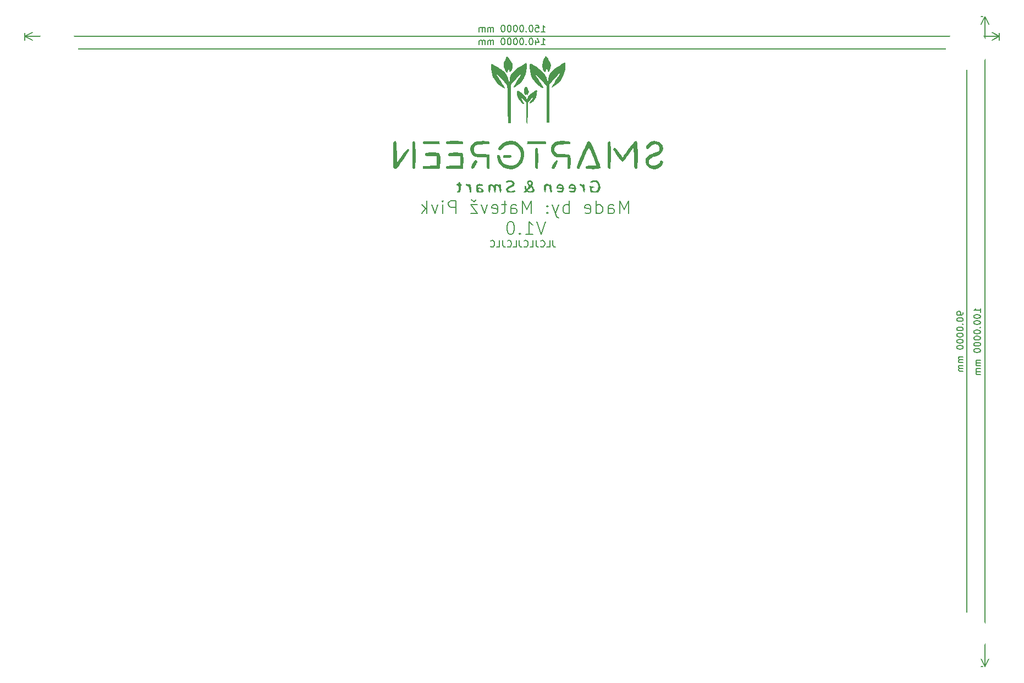
<source format=gbo>
%TF.GenerationSoftware,KiCad,Pcbnew,(6.0.5)*%
%TF.CreationDate,2022-06-14T20:52:32+02:00*%
%TF.ProjectId,SmartWatering,536d6172-7457-4617-9465-72696e672e6b,rev?*%
%TF.SameCoordinates,Original*%
%TF.FileFunction,Legend,Bot*%
%TF.FilePolarity,Positive*%
%FSLAX46Y46*%
G04 Gerber Fmt 4.6, Leading zero omitted, Abs format (unit mm)*
G04 Created by KiCad (PCBNEW (6.0.5)) date 2022-06-14 20:52:32*
%MOMM*%
%LPD*%
G01*
G04 APERTURE LIST*
%ADD10C,0.150000*%
%ADD11C,0.300000*%
%ADD12O,3.000000X2.000000*%
%ADD13R,2.000000X3.000000*%
%ADD14O,2.000000X3.000000*%
%ADD15R,1.700000X1.700000*%
%ADD16O,1.700000X1.700000*%
%ADD17C,0.800000*%
%ADD18C,6.400000*%
%ADD19C,1.100000*%
%ADD20R,2.200000X2.200000*%
%ADD21C,2.200000*%
%ADD22R,1.600000X1.600000*%
%ADD23C,1.600000*%
%ADD24C,2.000000*%
G04 APERTURE END LIST*
D10*
X101280605Y-54452380D02*
X101280605Y-55166666D01*
X101328224Y-55309523D01*
X101423462Y-55404761D01*
X101566319Y-55452380D01*
X101661558Y-55452380D01*
X100328224Y-55452380D02*
X100804415Y-55452380D01*
X100804415Y-54452380D01*
X99423462Y-55357142D02*
X99471081Y-55404761D01*
X99613938Y-55452380D01*
X99709177Y-55452380D01*
X99852034Y-55404761D01*
X99947272Y-55309523D01*
X99994891Y-55214285D01*
X100042510Y-55023809D01*
X100042510Y-54880952D01*
X99994891Y-54690476D01*
X99947272Y-54595238D01*
X99852034Y-54500000D01*
X99709177Y-54452380D01*
X99613938Y-54452380D01*
X99471081Y-54500000D01*
X99423462Y-54547619D01*
X98709177Y-54452380D02*
X98709177Y-55166666D01*
X98756796Y-55309523D01*
X98852034Y-55404761D01*
X98994891Y-55452380D01*
X99090129Y-55452380D01*
X97756796Y-55452380D02*
X98232986Y-55452380D01*
X98232986Y-54452380D01*
X96852034Y-55357142D02*
X96899653Y-55404761D01*
X97042510Y-55452380D01*
X97137748Y-55452380D01*
X97280605Y-55404761D01*
X97375843Y-55309523D01*
X97423462Y-55214285D01*
X97471081Y-55023809D01*
X97471081Y-54880952D01*
X97423462Y-54690476D01*
X97375843Y-54595238D01*
X97280605Y-54500000D01*
X97137748Y-54452380D01*
X97042510Y-54452380D01*
X96899653Y-54500000D01*
X96852034Y-54547619D01*
X96137748Y-54452380D02*
X96137748Y-55166666D01*
X96185367Y-55309523D01*
X96280605Y-55404761D01*
X96423462Y-55452380D01*
X96518700Y-55452380D01*
X95185367Y-55452380D02*
X95661558Y-55452380D01*
X95661558Y-54452380D01*
X94280605Y-55357142D02*
X94328224Y-55404761D01*
X94471081Y-55452380D01*
X94566319Y-55452380D01*
X94709177Y-55404761D01*
X94804415Y-55309523D01*
X94852034Y-55214285D01*
X94899653Y-55023809D01*
X94899653Y-54880952D01*
X94852034Y-54690476D01*
X94804415Y-54595238D01*
X94709177Y-54500000D01*
X94566319Y-54452380D01*
X94471081Y-54452380D01*
X94328224Y-54500000D01*
X94280605Y-54547619D01*
X93566319Y-54452380D02*
X93566319Y-55166666D01*
X93613938Y-55309523D01*
X93709177Y-55404761D01*
X93852034Y-55452380D01*
X93947272Y-55452380D01*
X92613938Y-55452380D02*
X93090129Y-55452380D01*
X93090129Y-54452380D01*
X91709177Y-55357142D02*
X91756796Y-55404761D01*
X91899653Y-55452380D01*
X91994891Y-55452380D01*
X92137748Y-55404761D01*
X92232986Y-55309523D01*
X92280605Y-55214285D01*
X92328224Y-55023809D01*
X92328224Y-54880952D01*
X92280605Y-54690476D01*
X92232986Y-54595238D01*
X92137748Y-54500000D01*
X91994891Y-54452380D01*
X91899653Y-54452380D01*
X91756796Y-54500000D01*
X91709177Y-54547619D01*
X112927142Y-50294761D02*
X112927142Y-48294761D01*
X112260476Y-49723333D01*
X111593809Y-48294761D01*
X111593809Y-50294761D01*
X109784285Y-50294761D02*
X109784285Y-49247142D01*
X109879523Y-49056666D01*
X110070000Y-48961428D01*
X110450952Y-48961428D01*
X110641428Y-49056666D01*
X109784285Y-50199523D02*
X109974761Y-50294761D01*
X110450952Y-50294761D01*
X110641428Y-50199523D01*
X110736666Y-50009047D01*
X110736666Y-49818571D01*
X110641428Y-49628095D01*
X110450952Y-49532857D01*
X109974761Y-49532857D01*
X109784285Y-49437619D01*
X107974761Y-50294761D02*
X107974761Y-48294761D01*
X107974761Y-50199523D02*
X108165238Y-50294761D01*
X108546190Y-50294761D01*
X108736666Y-50199523D01*
X108831904Y-50104285D01*
X108927142Y-49913809D01*
X108927142Y-49342380D01*
X108831904Y-49151904D01*
X108736666Y-49056666D01*
X108546190Y-48961428D01*
X108165238Y-48961428D01*
X107974761Y-49056666D01*
X106260476Y-50199523D02*
X106450952Y-50294761D01*
X106831904Y-50294761D01*
X107022380Y-50199523D01*
X107117619Y-50009047D01*
X107117619Y-49247142D01*
X107022380Y-49056666D01*
X106831904Y-48961428D01*
X106450952Y-48961428D01*
X106260476Y-49056666D01*
X106165238Y-49247142D01*
X106165238Y-49437619D01*
X107117619Y-49628095D01*
X103784285Y-50294761D02*
X103784285Y-48294761D01*
X103784285Y-49056666D02*
X103593809Y-48961428D01*
X103212857Y-48961428D01*
X103022380Y-49056666D01*
X102927142Y-49151904D01*
X102831904Y-49342380D01*
X102831904Y-49913809D01*
X102927142Y-50104285D01*
X103022380Y-50199523D01*
X103212857Y-50294761D01*
X103593809Y-50294761D01*
X103784285Y-50199523D01*
X102165238Y-48961428D02*
X101689047Y-50294761D01*
X101212857Y-48961428D02*
X101689047Y-50294761D01*
X101879523Y-50770952D01*
X101974761Y-50866190D01*
X102165238Y-50961428D01*
X100450952Y-50104285D02*
X100355714Y-50199523D01*
X100450952Y-50294761D01*
X100546190Y-50199523D01*
X100450952Y-50104285D01*
X100450952Y-50294761D01*
X100450952Y-49056666D02*
X100355714Y-49151904D01*
X100450952Y-49247142D01*
X100546190Y-49151904D01*
X100450952Y-49056666D01*
X100450952Y-49247142D01*
X97974761Y-50294761D02*
X97974761Y-48294761D01*
X97308095Y-49723333D01*
X96641428Y-48294761D01*
X96641428Y-50294761D01*
X94831904Y-50294761D02*
X94831904Y-49247142D01*
X94927142Y-49056666D01*
X95117619Y-48961428D01*
X95498571Y-48961428D01*
X95689047Y-49056666D01*
X94831904Y-50199523D02*
X95022380Y-50294761D01*
X95498571Y-50294761D01*
X95689047Y-50199523D01*
X95784285Y-50009047D01*
X95784285Y-49818571D01*
X95689047Y-49628095D01*
X95498571Y-49532857D01*
X95022380Y-49532857D01*
X94831904Y-49437619D01*
X94165238Y-48961428D02*
X93403333Y-48961428D01*
X93879523Y-48294761D02*
X93879523Y-50009047D01*
X93784285Y-50199523D01*
X93593809Y-50294761D01*
X93403333Y-50294761D01*
X91974761Y-50199523D02*
X92165238Y-50294761D01*
X92546190Y-50294761D01*
X92736666Y-50199523D01*
X92831904Y-50009047D01*
X92831904Y-49247142D01*
X92736666Y-49056666D01*
X92546190Y-48961428D01*
X92165238Y-48961428D01*
X91974761Y-49056666D01*
X91879523Y-49247142D01*
X91879523Y-49437619D01*
X92831904Y-49628095D01*
X91212857Y-48961428D02*
X90736666Y-50294761D01*
X90260476Y-48961428D01*
X89689047Y-48961428D02*
X88641428Y-48961428D01*
X89689047Y-50294761D01*
X88641428Y-50294761D01*
X89498571Y-48199523D02*
X89117619Y-48485238D01*
X88736666Y-48199523D01*
X86355714Y-50294761D02*
X86355714Y-48294761D01*
X85593809Y-48294761D01*
X85403333Y-48390000D01*
X85308095Y-48485238D01*
X85212857Y-48675714D01*
X85212857Y-48961428D01*
X85308095Y-49151904D01*
X85403333Y-49247142D01*
X85593809Y-49342380D01*
X86355714Y-49342380D01*
X84355714Y-50294761D02*
X84355714Y-48961428D01*
X84355714Y-48294761D02*
X84450952Y-48390000D01*
X84355714Y-48485238D01*
X84260476Y-48390000D01*
X84355714Y-48294761D01*
X84355714Y-48485238D01*
X83593809Y-48961428D02*
X83117619Y-50294761D01*
X82641428Y-48961428D01*
X81879523Y-50294761D02*
X81879523Y-48294761D01*
X81689047Y-49532857D02*
X81117619Y-50294761D01*
X81117619Y-48961428D02*
X81879523Y-49723333D01*
X100117619Y-51514761D02*
X99450952Y-53514761D01*
X98784285Y-51514761D01*
X97070000Y-53514761D02*
X98212857Y-53514761D01*
X97641428Y-53514761D02*
X97641428Y-51514761D01*
X97831904Y-51800476D01*
X98022380Y-51990952D01*
X98212857Y-52086190D01*
X96212857Y-53324285D02*
X96117619Y-53419523D01*
X96212857Y-53514761D01*
X96308095Y-53419523D01*
X96212857Y-53324285D01*
X96212857Y-53514761D01*
X94879523Y-51514761D02*
X94689047Y-51514761D01*
X94498571Y-51610000D01*
X94403333Y-51705238D01*
X94308095Y-51895714D01*
X94212857Y-52276666D01*
X94212857Y-52752857D01*
X94308095Y-53133809D01*
X94403333Y-53324285D01*
X94498571Y-53419523D01*
X94689047Y-53514761D01*
X94879523Y-53514761D01*
X95070000Y-53419523D01*
X95165238Y-53324285D01*
X95260476Y-53133809D01*
X95355714Y-52752857D01*
X95355714Y-52276666D01*
X95260476Y-51895714D01*
X95165238Y-51705238D01*
X95070000Y-51610000D01*
X94879523Y-51514761D01*
X164452380Y-65476190D02*
X164452380Y-65666666D01*
X164404761Y-65761904D01*
X164357142Y-65809523D01*
X164214285Y-65904761D01*
X164023809Y-65952380D01*
X163642857Y-65952380D01*
X163547619Y-65904761D01*
X163500000Y-65857142D01*
X163452380Y-65761904D01*
X163452380Y-65571428D01*
X163500000Y-65476190D01*
X163547619Y-65428571D01*
X163642857Y-65380952D01*
X163880952Y-65380952D01*
X163976190Y-65428571D01*
X164023809Y-65476190D01*
X164071428Y-65571428D01*
X164071428Y-65761904D01*
X164023809Y-65857142D01*
X163976190Y-65904761D01*
X163880952Y-65952380D01*
X163452380Y-66571428D02*
X163452380Y-66666666D01*
X163500000Y-66761904D01*
X163547619Y-66809523D01*
X163642857Y-66857142D01*
X163833333Y-66904761D01*
X164071428Y-66904761D01*
X164261904Y-66857142D01*
X164357142Y-66809523D01*
X164404761Y-66761904D01*
X164452380Y-66666666D01*
X164452380Y-66571428D01*
X164404761Y-66476190D01*
X164357142Y-66428571D01*
X164261904Y-66380952D01*
X164071428Y-66333333D01*
X163833333Y-66333333D01*
X163642857Y-66380952D01*
X163547619Y-66428571D01*
X163500000Y-66476190D01*
X163452380Y-66571428D01*
X164357142Y-67333333D02*
X164404761Y-67380952D01*
X164452380Y-67333333D01*
X164404761Y-67285714D01*
X164357142Y-67333333D01*
X164452380Y-67333333D01*
X163452380Y-68000000D02*
X163452380Y-68095238D01*
X163500000Y-68190476D01*
X163547619Y-68238095D01*
X163642857Y-68285714D01*
X163833333Y-68333333D01*
X164071428Y-68333333D01*
X164261904Y-68285714D01*
X164357142Y-68238095D01*
X164404761Y-68190476D01*
X164452380Y-68095238D01*
X164452380Y-68000000D01*
X164404761Y-67904761D01*
X164357142Y-67857142D01*
X164261904Y-67809523D01*
X164071428Y-67761904D01*
X163833333Y-67761904D01*
X163642857Y-67809523D01*
X163547619Y-67857142D01*
X163500000Y-67904761D01*
X163452380Y-68000000D01*
X163452380Y-68952380D02*
X163452380Y-69047619D01*
X163500000Y-69142857D01*
X163547619Y-69190476D01*
X163642857Y-69238095D01*
X163833333Y-69285714D01*
X164071428Y-69285714D01*
X164261904Y-69238095D01*
X164357142Y-69190476D01*
X164404761Y-69142857D01*
X164452380Y-69047619D01*
X164452380Y-68952380D01*
X164404761Y-68857142D01*
X164357142Y-68809523D01*
X164261904Y-68761904D01*
X164071428Y-68714285D01*
X163833333Y-68714285D01*
X163642857Y-68761904D01*
X163547619Y-68809523D01*
X163500000Y-68857142D01*
X163452380Y-68952380D01*
X163452380Y-69904761D02*
X163452380Y-70000000D01*
X163500000Y-70095238D01*
X163547619Y-70142857D01*
X163642857Y-70190476D01*
X163833333Y-70238095D01*
X164071428Y-70238095D01*
X164261904Y-70190476D01*
X164357142Y-70142857D01*
X164404761Y-70095238D01*
X164452380Y-70000000D01*
X164452380Y-69904761D01*
X164404761Y-69809523D01*
X164357142Y-69761904D01*
X164261904Y-69714285D01*
X164071428Y-69666666D01*
X163833333Y-69666666D01*
X163642857Y-69714285D01*
X163547619Y-69761904D01*
X163500000Y-69809523D01*
X163452380Y-69904761D01*
X163452380Y-70857142D02*
X163452380Y-70952380D01*
X163500000Y-71047619D01*
X163547619Y-71095238D01*
X163642857Y-71142857D01*
X163833333Y-71190476D01*
X164071428Y-71190476D01*
X164261904Y-71142857D01*
X164357142Y-71095238D01*
X164404761Y-71047619D01*
X164452380Y-70952380D01*
X164452380Y-70857142D01*
X164404761Y-70761904D01*
X164357142Y-70714285D01*
X164261904Y-70666666D01*
X164071428Y-70619047D01*
X163833333Y-70619047D01*
X163642857Y-70666666D01*
X163547619Y-70714285D01*
X163500000Y-70761904D01*
X163452380Y-70857142D01*
X164452380Y-72380952D02*
X163785714Y-72380952D01*
X163880952Y-72380952D02*
X163833333Y-72428571D01*
X163785714Y-72523809D01*
X163785714Y-72666666D01*
X163833333Y-72761904D01*
X163928571Y-72809523D01*
X164452380Y-72809523D01*
X163928571Y-72809523D02*
X163833333Y-72857142D01*
X163785714Y-72952380D01*
X163785714Y-73095238D01*
X163833333Y-73190476D01*
X163928571Y-73238095D01*
X164452380Y-73238095D01*
X164452380Y-73714285D02*
X163785714Y-73714285D01*
X163880952Y-73714285D02*
X163833333Y-73761904D01*
X163785714Y-73857142D01*
X163785714Y-74000000D01*
X163833333Y-74095238D01*
X163928571Y-74142857D01*
X164452380Y-74142857D01*
X163928571Y-74142857D02*
X163833333Y-74190476D01*
X163785714Y-74285714D01*
X163785714Y-74428571D01*
X163833333Y-74523809D01*
X163928571Y-74571428D01*
X164452380Y-74571428D01*
X164500000Y-115000000D02*
X164413580Y-115000000D01*
X164500000Y-25000000D02*
X164413580Y-25000000D01*
X165000000Y-115000000D02*
X165000000Y-25000000D01*
X165000000Y-115000000D02*
X165000000Y-25000000D01*
X165000000Y-115000000D02*
X165586421Y-113873496D01*
X165000000Y-115000000D02*
X164413579Y-113873496D01*
X165000000Y-25000000D02*
X164413579Y-26126504D01*
X165000000Y-25000000D02*
X165586421Y-26126504D01*
X167102380Y-65476190D02*
X167102380Y-64904761D01*
X167102380Y-65190476D02*
X166102380Y-65190476D01*
X166245238Y-65095238D01*
X166340476Y-65000000D01*
X166388095Y-64904761D01*
X166102380Y-66095238D02*
X166102380Y-66190476D01*
X166150000Y-66285714D01*
X166197619Y-66333333D01*
X166292857Y-66380952D01*
X166483333Y-66428571D01*
X166721428Y-66428571D01*
X166911904Y-66380952D01*
X167007142Y-66333333D01*
X167054761Y-66285714D01*
X167102380Y-66190476D01*
X167102380Y-66095238D01*
X167054761Y-66000000D01*
X167007142Y-65952380D01*
X166911904Y-65904761D01*
X166721428Y-65857142D01*
X166483333Y-65857142D01*
X166292857Y-65904761D01*
X166197619Y-65952380D01*
X166150000Y-66000000D01*
X166102380Y-66095238D01*
X166102380Y-67047619D02*
X166102380Y-67142857D01*
X166150000Y-67238095D01*
X166197619Y-67285714D01*
X166292857Y-67333333D01*
X166483333Y-67380952D01*
X166721428Y-67380952D01*
X166911904Y-67333333D01*
X167007142Y-67285714D01*
X167054761Y-67238095D01*
X167102380Y-67142857D01*
X167102380Y-67047619D01*
X167054761Y-66952380D01*
X167007142Y-66904761D01*
X166911904Y-66857142D01*
X166721428Y-66809523D01*
X166483333Y-66809523D01*
X166292857Y-66857142D01*
X166197619Y-66904761D01*
X166150000Y-66952380D01*
X166102380Y-67047619D01*
X167007142Y-67809523D02*
X167054761Y-67857142D01*
X167102380Y-67809523D01*
X167054761Y-67761904D01*
X167007142Y-67809523D01*
X167102380Y-67809523D01*
X166102380Y-68476190D02*
X166102380Y-68571428D01*
X166150000Y-68666666D01*
X166197619Y-68714285D01*
X166292857Y-68761904D01*
X166483333Y-68809523D01*
X166721428Y-68809523D01*
X166911904Y-68761904D01*
X167007142Y-68714285D01*
X167054761Y-68666666D01*
X167102380Y-68571428D01*
X167102380Y-68476190D01*
X167054761Y-68380952D01*
X167007142Y-68333333D01*
X166911904Y-68285714D01*
X166721428Y-68238095D01*
X166483333Y-68238095D01*
X166292857Y-68285714D01*
X166197619Y-68333333D01*
X166150000Y-68380952D01*
X166102380Y-68476190D01*
X166102380Y-69428571D02*
X166102380Y-69523809D01*
X166150000Y-69619047D01*
X166197619Y-69666666D01*
X166292857Y-69714285D01*
X166483333Y-69761904D01*
X166721428Y-69761904D01*
X166911904Y-69714285D01*
X167007142Y-69666666D01*
X167054761Y-69619047D01*
X167102380Y-69523809D01*
X167102380Y-69428571D01*
X167054761Y-69333333D01*
X167007142Y-69285714D01*
X166911904Y-69238095D01*
X166721428Y-69190476D01*
X166483333Y-69190476D01*
X166292857Y-69238095D01*
X166197619Y-69285714D01*
X166150000Y-69333333D01*
X166102380Y-69428571D01*
X166102380Y-70380952D02*
X166102380Y-70476190D01*
X166150000Y-70571428D01*
X166197619Y-70619047D01*
X166292857Y-70666666D01*
X166483333Y-70714285D01*
X166721428Y-70714285D01*
X166911904Y-70666666D01*
X167007142Y-70619047D01*
X167054761Y-70571428D01*
X167102380Y-70476190D01*
X167102380Y-70380952D01*
X167054761Y-70285714D01*
X167007142Y-70238095D01*
X166911904Y-70190476D01*
X166721428Y-70142857D01*
X166483333Y-70142857D01*
X166292857Y-70190476D01*
X166197619Y-70238095D01*
X166150000Y-70285714D01*
X166102380Y-70380952D01*
X166102380Y-71333333D02*
X166102380Y-71428571D01*
X166150000Y-71523809D01*
X166197619Y-71571428D01*
X166292857Y-71619047D01*
X166483333Y-71666666D01*
X166721428Y-71666666D01*
X166911904Y-71619047D01*
X167007142Y-71571428D01*
X167054761Y-71523809D01*
X167102380Y-71428571D01*
X167102380Y-71333333D01*
X167054761Y-71238095D01*
X167007142Y-71190476D01*
X166911904Y-71142857D01*
X166721428Y-71095238D01*
X166483333Y-71095238D01*
X166292857Y-71142857D01*
X166197619Y-71190476D01*
X166150000Y-71238095D01*
X166102380Y-71333333D01*
X167102380Y-72857142D02*
X166435714Y-72857142D01*
X166530952Y-72857142D02*
X166483333Y-72904761D01*
X166435714Y-73000000D01*
X166435714Y-73142857D01*
X166483333Y-73238095D01*
X166578571Y-73285714D01*
X167102380Y-73285714D01*
X166578571Y-73285714D02*
X166483333Y-73333333D01*
X166435714Y-73428571D01*
X166435714Y-73571428D01*
X166483333Y-73666666D01*
X166578571Y-73714285D01*
X167102380Y-73714285D01*
X167102380Y-74190476D02*
X166435714Y-74190476D01*
X166530952Y-74190476D02*
X166483333Y-74238095D01*
X166435714Y-74333333D01*
X166435714Y-74476190D01*
X166483333Y-74571428D01*
X166578571Y-74619047D01*
X167102380Y-74619047D01*
X166578571Y-74619047D02*
X166483333Y-74666666D01*
X166435714Y-74761904D01*
X166435714Y-74904761D01*
X166483333Y-75000000D01*
X166578571Y-75047619D01*
X167102380Y-75047619D01*
X167500000Y-120000000D02*
X167213580Y-120000000D01*
X167500000Y-20000000D02*
X167213580Y-20000000D01*
X167800000Y-120000000D02*
X167800000Y-20000000D01*
X167800000Y-120000000D02*
X167800000Y-20000000D01*
X167800000Y-120000000D02*
X168386421Y-118873496D01*
X167800000Y-120000000D02*
X167213579Y-118873496D01*
X167800000Y-20000000D02*
X167213579Y-21126504D01*
X167800000Y-20000000D02*
X168386421Y-21126504D01*
X99523809Y-22302380D02*
X100095238Y-22302380D01*
X99809523Y-22302380D02*
X99809523Y-21302380D01*
X99904761Y-21445238D01*
X100000000Y-21540476D01*
X100095238Y-21588095D01*
X98619047Y-21302380D02*
X99095238Y-21302380D01*
X99142857Y-21778571D01*
X99095238Y-21730952D01*
X99000000Y-21683333D01*
X98761904Y-21683333D01*
X98666666Y-21730952D01*
X98619047Y-21778571D01*
X98571428Y-21873809D01*
X98571428Y-22111904D01*
X98619047Y-22207142D01*
X98666666Y-22254761D01*
X98761904Y-22302380D01*
X99000000Y-22302380D01*
X99095238Y-22254761D01*
X99142857Y-22207142D01*
X97952380Y-21302380D02*
X97857142Y-21302380D01*
X97761904Y-21350000D01*
X97714285Y-21397619D01*
X97666666Y-21492857D01*
X97619047Y-21683333D01*
X97619047Y-21921428D01*
X97666666Y-22111904D01*
X97714285Y-22207142D01*
X97761904Y-22254761D01*
X97857142Y-22302380D01*
X97952380Y-22302380D01*
X98047619Y-22254761D01*
X98095238Y-22207142D01*
X98142857Y-22111904D01*
X98190476Y-21921428D01*
X98190476Y-21683333D01*
X98142857Y-21492857D01*
X98095238Y-21397619D01*
X98047619Y-21350000D01*
X97952380Y-21302380D01*
X97190476Y-22207142D02*
X97142857Y-22254761D01*
X97190476Y-22302380D01*
X97238095Y-22254761D01*
X97190476Y-22207142D01*
X97190476Y-22302380D01*
X96523809Y-21302380D02*
X96428571Y-21302380D01*
X96333333Y-21350000D01*
X96285714Y-21397619D01*
X96238095Y-21492857D01*
X96190476Y-21683333D01*
X96190476Y-21921428D01*
X96238095Y-22111904D01*
X96285714Y-22207142D01*
X96333333Y-22254761D01*
X96428571Y-22302380D01*
X96523809Y-22302380D01*
X96619047Y-22254761D01*
X96666666Y-22207142D01*
X96714285Y-22111904D01*
X96761904Y-21921428D01*
X96761904Y-21683333D01*
X96714285Y-21492857D01*
X96666666Y-21397619D01*
X96619047Y-21350000D01*
X96523809Y-21302380D01*
X95571428Y-21302380D02*
X95476190Y-21302380D01*
X95380952Y-21350000D01*
X95333333Y-21397619D01*
X95285714Y-21492857D01*
X95238095Y-21683333D01*
X95238095Y-21921428D01*
X95285714Y-22111904D01*
X95333333Y-22207142D01*
X95380952Y-22254761D01*
X95476190Y-22302380D01*
X95571428Y-22302380D01*
X95666666Y-22254761D01*
X95714285Y-22207142D01*
X95761904Y-22111904D01*
X95809523Y-21921428D01*
X95809523Y-21683333D01*
X95761904Y-21492857D01*
X95714285Y-21397619D01*
X95666666Y-21350000D01*
X95571428Y-21302380D01*
X94619047Y-21302380D02*
X94523809Y-21302380D01*
X94428571Y-21350000D01*
X94380952Y-21397619D01*
X94333333Y-21492857D01*
X94285714Y-21683333D01*
X94285714Y-21921428D01*
X94333333Y-22111904D01*
X94380952Y-22207142D01*
X94428571Y-22254761D01*
X94523809Y-22302380D01*
X94619047Y-22302380D01*
X94714285Y-22254761D01*
X94761904Y-22207142D01*
X94809523Y-22111904D01*
X94857142Y-21921428D01*
X94857142Y-21683333D01*
X94809523Y-21492857D01*
X94761904Y-21397619D01*
X94714285Y-21350000D01*
X94619047Y-21302380D01*
X93666666Y-21302380D02*
X93571428Y-21302380D01*
X93476190Y-21350000D01*
X93428571Y-21397619D01*
X93380952Y-21492857D01*
X93333333Y-21683333D01*
X93333333Y-21921428D01*
X93380952Y-22111904D01*
X93428571Y-22207142D01*
X93476190Y-22254761D01*
X93571428Y-22302380D01*
X93666666Y-22302380D01*
X93761904Y-22254761D01*
X93809523Y-22207142D01*
X93857142Y-22111904D01*
X93904761Y-21921428D01*
X93904761Y-21683333D01*
X93857142Y-21492857D01*
X93809523Y-21397619D01*
X93761904Y-21350000D01*
X93666666Y-21302380D01*
X92142857Y-22302380D02*
X92142857Y-21635714D01*
X92142857Y-21730952D02*
X92095238Y-21683333D01*
X92000000Y-21635714D01*
X91857142Y-21635714D01*
X91761904Y-21683333D01*
X91714285Y-21778571D01*
X91714285Y-22302380D01*
X91714285Y-21778571D02*
X91666666Y-21683333D01*
X91571428Y-21635714D01*
X91428571Y-21635714D01*
X91333333Y-21683333D01*
X91285714Y-21778571D01*
X91285714Y-22302380D01*
X90809523Y-22302380D02*
X90809523Y-21635714D01*
X90809523Y-21730952D02*
X90761904Y-21683333D01*
X90666666Y-21635714D01*
X90523809Y-21635714D01*
X90428571Y-21683333D01*
X90380952Y-21778571D01*
X90380952Y-22302380D01*
X90380952Y-21778571D02*
X90333333Y-21683333D01*
X90238095Y-21635714D01*
X90095238Y-21635714D01*
X90000000Y-21683333D01*
X89952380Y-21778571D01*
X89952380Y-22302380D01*
X170000000Y-22500000D02*
X170000000Y-23586420D01*
X20000000Y-22500000D02*
X20000000Y-23586420D01*
X170000000Y-23000000D02*
X20000000Y-23000000D01*
X170000000Y-23000000D02*
X20000000Y-23000000D01*
X170000000Y-23000000D02*
X168873496Y-22413579D01*
X170000000Y-23000000D02*
X168873496Y-23586421D01*
X20000000Y-23000000D02*
X21126504Y-23586421D01*
X20000000Y-23000000D02*
X21126504Y-22413579D01*
X99523809Y-24302380D02*
X100095238Y-24302380D01*
X99809523Y-24302380D02*
X99809523Y-23302380D01*
X99904761Y-23445238D01*
X100000000Y-23540476D01*
X100095238Y-23588095D01*
X98666666Y-23635714D02*
X98666666Y-24302380D01*
X98904761Y-23254761D02*
X99142857Y-23969047D01*
X98523809Y-23969047D01*
X97952380Y-23302380D02*
X97857142Y-23302380D01*
X97761904Y-23350000D01*
X97714285Y-23397619D01*
X97666666Y-23492857D01*
X97619047Y-23683333D01*
X97619047Y-23921428D01*
X97666666Y-24111904D01*
X97714285Y-24207142D01*
X97761904Y-24254761D01*
X97857142Y-24302380D01*
X97952380Y-24302380D01*
X98047619Y-24254761D01*
X98095238Y-24207142D01*
X98142857Y-24111904D01*
X98190476Y-23921428D01*
X98190476Y-23683333D01*
X98142857Y-23492857D01*
X98095238Y-23397619D01*
X98047619Y-23350000D01*
X97952380Y-23302380D01*
X97190476Y-24207142D02*
X97142857Y-24254761D01*
X97190476Y-24302380D01*
X97238095Y-24254761D01*
X97190476Y-24207142D01*
X97190476Y-24302380D01*
X96523809Y-23302380D02*
X96428571Y-23302380D01*
X96333333Y-23350000D01*
X96285714Y-23397619D01*
X96238095Y-23492857D01*
X96190476Y-23683333D01*
X96190476Y-23921428D01*
X96238095Y-24111904D01*
X96285714Y-24207142D01*
X96333333Y-24254761D01*
X96428571Y-24302380D01*
X96523809Y-24302380D01*
X96619047Y-24254761D01*
X96666666Y-24207142D01*
X96714285Y-24111904D01*
X96761904Y-23921428D01*
X96761904Y-23683333D01*
X96714285Y-23492857D01*
X96666666Y-23397619D01*
X96619047Y-23350000D01*
X96523809Y-23302380D01*
X95571428Y-23302380D02*
X95476190Y-23302380D01*
X95380952Y-23350000D01*
X95333333Y-23397619D01*
X95285714Y-23492857D01*
X95238095Y-23683333D01*
X95238095Y-23921428D01*
X95285714Y-24111904D01*
X95333333Y-24207142D01*
X95380952Y-24254761D01*
X95476190Y-24302380D01*
X95571428Y-24302380D01*
X95666666Y-24254761D01*
X95714285Y-24207142D01*
X95761904Y-24111904D01*
X95809523Y-23921428D01*
X95809523Y-23683333D01*
X95761904Y-23492857D01*
X95714285Y-23397619D01*
X95666666Y-23350000D01*
X95571428Y-23302380D01*
X94619047Y-23302380D02*
X94523809Y-23302380D01*
X94428571Y-23350000D01*
X94380952Y-23397619D01*
X94333333Y-23492857D01*
X94285714Y-23683333D01*
X94285714Y-23921428D01*
X94333333Y-24111904D01*
X94380952Y-24207142D01*
X94428571Y-24254761D01*
X94523809Y-24302380D01*
X94619047Y-24302380D01*
X94714285Y-24254761D01*
X94761904Y-24207142D01*
X94809523Y-24111904D01*
X94857142Y-23921428D01*
X94857142Y-23683333D01*
X94809523Y-23492857D01*
X94761904Y-23397619D01*
X94714285Y-23350000D01*
X94619047Y-23302380D01*
X93666666Y-23302380D02*
X93571428Y-23302380D01*
X93476190Y-23350000D01*
X93428571Y-23397619D01*
X93380952Y-23492857D01*
X93333333Y-23683333D01*
X93333333Y-23921428D01*
X93380952Y-24111904D01*
X93428571Y-24207142D01*
X93476190Y-24254761D01*
X93571428Y-24302380D01*
X93666666Y-24302380D01*
X93761904Y-24254761D01*
X93809523Y-24207142D01*
X93857142Y-24111904D01*
X93904761Y-23921428D01*
X93904761Y-23683333D01*
X93857142Y-23492857D01*
X93809523Y-23397619D01*
X93761904Y-23350000D01*
X93666666Y-23302380D01*
X92142857Y-24302380D02*
X92142857Y-23635714D01*
X92142857Y-23730952D02*
X92095238Y-23683333D01*
X92000000Y-23635714D01*
X91857142Y-23635714D01*
X91761904Y-23683333D01*
X91714285Y-23778571D01*
X91714285Y-24302380D01*
X91714285Y-23778571D02*
X91666666Y-23683333D01*
X91571428Y-23635714D01*
X91428571Y-23635714D01*
X91333333Y-23683333D01*
X91285714Y-23778571D01*
X91285714Y-24302380D01*
X90809523Y-24302380D02*
X90809523Y-23635714D01*
X90809523Y-23730952D02*
X90761904Y-23683333D01*
X90666666Y-23635714D01*
X90523809Y-23635714D01*
X90428571Y-23683333D01*
X90380952Y-23778571D01*
X90380952Y-24302380D01*
X90380952Y-23778571D02*
X90333333Y-23683333D01*
X90238095Y-23635714D01*
X90095238Y-23635714D01*
X90000000Y-23683333D01*
X89952380Y-23778571D01*
X89952380Y-24302380D01*
X165000000Y-25500000D02*
X165000000Y-25586420D01*
X25000000Y-25500000D02*
X25000000Y-25586420D01*
X165000000Y-25000000D02*
X25000000Y-25000000D01*
X165000000Y-25000000D02*
X25000000Y-25000000D01*
X165000000Y-25000000D02*
X163873496Y-24413579D01*
X165000000Y-25000000D02*
X163873496Y-25586421D01*
X25000000Y-25000000D02*
X26126504Y-25586421D01*
X25000000Y-25000000D02*
X26126504Y-24413579D01*
D11*
%TO.C, *%
G36*
X97209961Y-30781209D02*
G01*
X97329411Y-30926798D01*
X97451449Y-31142971D01*
X97546420Y-31374312D01*
X97584667Y-31565405D01*
X97565583Y-31725322D01*
X97484886Y-31962732D01*
X97466781Y-31995950D01*
X97405317Y-32081405D01*
X97359711Y-32039186D01*
X97300182Y-31851333D01*
X97215259Y-31555000D01*
X97167130Y-31851333D01*
X97119000Y-32147666D01*
X96970833Y-31938327D01*
X96871303Y-31746700D01*
X96822667Y-31533441D01*
X96827640Y-31460512D01*
X96878411Y-31236221D01*
X96964803Y-31004809D01*
X97062866Y-30823787D01*
X97148650Y-30750666D01*
X97209961Y-30781209D01*
G37*
G36*
X102009354Y-42108421D02*
G01*
X102045207Y-42278682D01*
X101966177Y-42556958D01*
X101773080Y-42935624D01*
X101762049Y-42954358D01*
X101557749Y-43259619D01*
X101391165Y-43410701D01*
X101249230Y-43414438D01*
X101118877Y-43277660D01*
X101106336Y-43239143D01*
X101136274Y-43061678D01*
X101241138Y-42817043D01*
X101393808Y-42549580D01*
X101567164Y-42303635D01*
X101734086Y-42123549D01*
X101867455Y-42053666D01*
X102009354Y-42108421D01*
G37*
G36*
X86866358Y-40919625D02*
G01*
X87163525Y-40949586D01*
X87345566Y-40998312D01*
X87396302Y-41032023D01*
X87447256Y-41102875D01*
X87480187Y-41228308D01*
X87498945Y-41437005D01*
X87507378Y-41757649D01*
X87509333Y-42218923D01*
X87509025Y-42361444D01*
X87501375Y-42823110D01*
X87482284Y-43137565D01*
X87450182Y-43322248D01*
X87403500Y-43394593D01*
X87388404Y-43398648D01*
X87232114Y-43414500D01*
X86949546Y-43428243D01*
X86575272Y-43438522D01*
X86143867Y-43443982D01*
X85643227Y-43441583D01*
X85258608Y-43423179D01*
X85005992Y-43383203D01*
X84866356Y-43316311D01*
X84820677Y-43217158D01*
X84849931Y-43080398D01*
X84851805Y-43075740D01*
X84900129Y-43018569D01*
X85006516Y-42980150D01*
X85198767Y-42957010D01*
X85504681Y-42945673D01*
X85952059Y-42942666D01*
X87001333Y-42942666D01*
X87001333Y-41509257D01*
X86142502Y-41485128D01*
X85925958Y-41478082D01*
X85594173Y-41458905D01*
X85382798Y-41428217D01*
X85259014Y-41379909D01*
X85190002Y-41307874D01*
X85179640Y-41290354D01*
X85149687Y-41154924D01*
X85260682Y-41032707D01*
X85273307Y-41024575D01*
X85451955Y-40972163D01*
X85746862Y-40934698D01*
X86111749Y-40912945D01*
X86500340Y-40907666D01*
X86866358Y-40919625D01*
G37*
G36*
X93207428Y-45795239D02*
G01*
X93282062Y-45997676D01*
X93331730Y-46318778D01*
X93350402Y-46731500D01*
X93334384Y-46952943D01*
X93277431Y-47093677D01*
X93198213Y-47085746D01*
X93116851Y-46934885D01*
X93053465Y-46646833D01*
X93022223Y-46449873D01*
X92943813Y-46176993D01*
X92829560Y-46032806D01*
X92663633Y-45990666D01*
X92588945Y-46003817D01*
X92535026Y-46075164D01*
X92510482Y-46241940D01*
X92504667Y-46541000D01*
X92504270Y-46621837D01*
X92490517Y-46901979D01*
X92452468Y-47048822D01*
X92383759Y-47091333D01*
X92338651Y-47074906D01*
X92261748Y-46930467D01*
X92204987Y-46628199D01*
X92189490Y-46520839D01*
X92099289Y-46193232D01*
X91964398Y-46025966D01*
X91786078Y-46020870D01*
X91715554Y-46088477D01*
X91671216Y-46266142D01*
X91658000Y-46580676D01*
X91648087Y-46867419D01*
X91611483Y-47039492D01*
X91542508Y-47091333D01*
X91528582Y-47088540D01*
X91452965Y-46985159D01*
X91385805Y-46765253D01*
X91337721Y-46473413D01*
X91319333Y-46154230D01*
X91337864Y-46043247D01*
X91466697Y-45862640D01*
X91670856Y-45757611D01*
X91893897Y-45749915D01*
X92079375Y-45861306D01*
X92103291Y-45889125D01*
X92195414Y-45942897D01*
X92307456Y-45861306D01*
X92478164Y-45763456D01*
X92715219Y-45746906D01*
X92911067Y-45838266D01*
X92987676Y-45897171D01*
X93012667Y-45838266D01*
X93023373Y-45795743D01*
X93128589Y-45736666D01*
X93207428Y-45795239D01*
G37*
G36*
X103404109Y-39143418D02*
G01*
X103736248Y-39180756D01*
X103933320Y-39250714D01*
X104012042Y-39359316D01*
X103989130Y-39512588D01*
X103930065Y-39575342D01*
X103790970Y-39614757D01*
X103542235Y-39635165D01*
X103154157Y-39641138D01*
X102713654Y-39649860D01*
X102272004Y-39689696D01*
X101955933Y-39767674D01*
X101741927Y-39890214D01*
X101606469Y-40063737D01*
X101597637Y-40081028D01*
X101491801Y-40393341D01*
X101532778Y-40657279D01*
X101726821Y-40917179D01*
X101798577Y-40987319D01*
X101906432Y-41072552D01*
X102032159Y-41124882D01*
X102213623Y-41152331D01*
X102488688Y-41162919D01*
X102895221Y-41164666D01*
X103001881Y-41165049D01*
X103464668Y-41179155D01*
X103772114Y-41213109D01*
X103917733Y-41266266D01*
X103952019Y-41341822D01*
X103989643Y-41564363D01*
X104013093Y-41881438D01*
X104022369Y-42249168D01*
X104017471Y-42623675D01*
X103998399Y-42961080D01*
X103965153Y-43217503D01*
X103917733Y-43349066D01*
X103850388Y-43415036D01*
X103775803Y-43443543D01*
X103645258Y-43399274D01*
X103622711Y-43388075D01*
X103567135Y-43316280D01*
X103533090Y-43166253D01*
X103516012Y-42907686D01*
X103511333Y-42510274D01*
X103511333Y-41672666D01*
X102677188Y-41672666D01*
X102441512Y-41671413D01*
X102111921Y-41659495D01*
X101883713Y-41628727D01*
X101712864Y-41571569D01*
X101555354Y-41480478D01*
X101443402Y-41397030D01*
X101162879Y-41069766D01*
X101013956Y-40687395D01*
X100994469Y-40284675D01*
X101102254Y-39896365D01*
X101335147Y-39557223D01*
X101690985Y-39302007D01*
X101717706Y-39289330D01*
X101924099Y-39211720D01*
X102166170Y-39163770D01*
X102488341Y-39139434D01*
X102935031Y-39132666D01*
X103404109Y-39143418D01*
G37*
G36*
X104826720Y-46728584D02*
G01*
X104722297Y-46940456D01*
X104564818Y-47037607D01*
X104328514Y-47084512D01*
X104080120Y-47074025D01*
X103877740Y-47009092D01*
X103779479Y-46892657D01*
X103772537Y-46845153D01*
X103804592Y-46773949D01*
X103948051Y-46801337D01*
X104119097Y-46843672D01*
X104379334Y-46840038D01*
X104539586Y-46735741D01*
X104595307Y-46625989D01*
X104573823Y-46545461D01*
X104432287Y-46507916D01*
X104146333Y-46498666D01*
X103913771Y-46495198D01*
X103756643Y-46471347D01*
X103692755Y-46408225D01*
X103680667Y-46287000D01*
X103683002Y-46244026D01*
X103707752Y-46181166D01*
X103950349Y-46181166D01*
X103955176Y-46266624D01*
X104047639Y-46316606D01*
X104270104Y-46329333D01*
X104352607Y-46328927D01*
X104523540Y-46315333D01*
X104569569Y-46265082D01*
X104524618Y-46154925D01*
X104406669Y-46043051D01*
X104220958Y-46002224D01*
X104045899Y-46049311D01*
X103950349Y-46181166D01*
X103707752Y-46181166D01*
X103779195Y-45999714D01*
X103976443Y-45811817D01*
X104219582Y-45736666D01*
X104426312Y-45788119D01*
X104642915Y-45912145D01*
X104728684Y-45988093D01*
X104837205Y-46168844D01*
X104847631Y-46265082D01*
X104866000Y-46434645D01*
X104826720Y-46728584D01*
G37*
G36*
X103182924Y-27094358D02*
G01*
X103217616Y-27289051D01*
X103231763Y-27564581D01*
X103223159Y-27875868D01*
X103189598Y-28177832D01*
X103143178Y-28412251D01*
X102901649Y-29125985D01*
X102531579Y-29761881D01*
X102049164Y-30296127D01*
X101470601Y-30704914D01*
X101291957Y-30801384D01*
X101150219Y-30866634D01*
X101098222Y-30855695D01*
X101136455Y-30752026D01*
X101265410Y-30539085D01*
X101485577Y-30200333D01*
X101494057Y-30187330D01*
X101725131Y-29821719D01*
X101960609Y-29431744D01*
X102150776Y-29099666D01*
X102428885Y-28591666D01*
X102032914Y-28972666D01*
X102011004Y-28993916D01*
X101750980Y-29262081D01*
X101452946Y-29590657D01*
X101177138Y-29913425D01*
X100717333Y-30473183D01*
X100717333Y-36338666D01*
X100294000Y-36338666D01*
X100294000Y-30681205D01*
X99964711Y-30271436D01*
X99939896Y-30240934D01*
X99701459Y-29967793D01*
X99404507Y-29651220D01*
X99107379Y-29353666D01*
X98579337Y-28845666D01*
X98815240Y-29269000D01*
X98841413Y-29315402D01*
X99017247Y-29612800D01*
X99237756Y-29969994D01*
X99461528Y-30319655D01*
X99547028Y-30452319D01*
X99706505Y-30712835D01*
X99809606Y-30900568D01*
X99837161Y-30981728D01*
X99815926Y-30984918D01*
X99682301Y-30943977D01*
X99476705Y-30849552D01*
X99178906Y-30659002D01*
X98789205Y-30318035D01*
X98429376Y-29912229D01*
X98150103Y-29493401D01*
X98065291Y-29321049D01*
X97895713Y-28858982D01*
X97772490Y-28355932D01*
X97708939Y-27874125D01*
X97718374Y-27475784D01*
X97732241Y-27386931D01*
X97772391Y-27211159D01*
X97825068Y-27165603D01*
X97912364Y-27221280D01*
X97940716Y-27243649D01*
X98112748Y-27360003D01*
X98374110Y-27522775D01*
X98680388Y-27704048D01*
X99227420Y-28052140D01*
X99741993Y-28477840D01*
X100100546Y-28916321D01*
X100310348Y-29376848D01*
X100378667Y-29868685D01*
X100378682Y-29879023D01*
X100394364Y-30134094D01*
X100432116Y-30233370D01*
X100481031Y-30186779D01*
X100530202Y-30004248D01*
X100568722Y-29695703D01*
X100569061Y-29691511D01*
X100694776Y-29087337D01*
X100963826Y-28569714D01*
X101372380Y-28146028D01*
X101447864Y-28089561D01*
X101665919Y-27937862D01*
X101948563Y-27749762D01*
X102261584Y-27547033D01*
X102570771Y-27351451D01*
X102841911Y-27184791D01*
X103040792Y-27068826D01*
X103133203Y-27025333D01*
X103182924Y-27094358D01*
G37*
G36*
X114187137Y-39172266D02*
G01*
X114250644Y-39268405D01*
X114294988Y-39442609D01*
X114323567Y-39713130D01*
X114339775Y-40098218D01*
X114347010Y-40616125D01*
X114348667Y-41285100D01*
X114348090Y-41614545D01*
X114342362Y-42239612D01*
X114330002Y-42713261D01*
X114310405Y-43047828D01*
X114282962Y-43255651D01*
X114247067Y-43349066D01*
X114190938Y-43396019D01*
X114012313Y-43444140D01*
X113866830Y-43344833D01*
X113843898Y-43237554D01*
X113818872Y-42987235D01*
X113794608Y-42623984D01*
X113773014Y-42176585D01*
X113756000Y-41673824D01*
X113713667Y-40108649D01*
X112914584Y-41232467D01*
X112809394Y-41379178D01*
X112508427Y-41783156D01*
X112264226Y-42085776D01*
X112088320Y-42273296D01*
X111992235Y-42331976D01*
X111974621Y-42323520D01*
X111859545Y-42212912D01*
X111676659Y-41996047D01*
X111447244Y-41699103D01*
X111192581Y-41348260D01*
X111025535Y-41109921D01*
X110808171Y-40789884D01*
X110672854Y-40568880D01*
X110607605Y-40423468D01*
X110600446Y-40330204D01*
X110639399Y-40265649D01*
X110669665Y-40237587D01*
X110775716Y-40184379D01*
X110893820Y-40215288D01*
X111042882Y-40345504D01*
X111241810Y-40590212D01*
X111509509Y-40964599D01*
X111648711Y-41164669D01*
X111829313Y-41416339D01*
X111947552Y-41557172D01*
X112025071Y-41605265D01*
X112083509Y-41578716D01*
X112144509Y-41495622D01*
X112307694Y-41252781D01*
X112591714Y-40846183D01*
X112890068Y-40434916D01*
X113184302Y-40042962D01*
X113455964Y-39694304D01*
X113686598Y-39412923D01*
X113857753Y-39222802D01*
X113950975Y-39147922D01*
X113989052Y-39141185D01*
X114101072Y-39135943D01*
X114187137Y-39172266D01*
G37*
G36*
X100949036Y-45751387D02*
G01*
X101020595Y-45890420D01*
X101081171Y-46146002D01*
X101123404Y-46481054D01*
X101139931Y-46858500D01*
X101114767Y-47016375D01*
X101017503Y-47091333D01*
X100955653Y-47068453D01*
X100888823Y-46952995D01*
X100833679Y-46717756D01*
X100782501Y-46337980D01*
X100712576Y-46147275D01*
X100549752Y-46016579D01*
X100347842Y-46016868D01*
X100339240Y-46020431D01*
X100261053Y-46100240D01*
X100220759Y-46274743D01*
X100209333Y-46580676D01*
X100209333Y-46581286D01*
X100198246Y-46882900D01*
X100160805Y-47043788D01*
X100090647Y-47091333D01*
X100035052Y-47062452D01*
X99965705Y-46898588D01*
X99912454Y-46578623D01*
X99898876Y-46452407D01*
X99887054Y-46192425D01*
X99919074Y-46026360D01*
X100001929Y-45901290D01*
X100094128Y-45819510D01*
X100346580Y-45741325D01*
X100638233Y-45824312D01*
X100750172Y-45868712D01*
X100802000Y-45824312D01*
X100812347Y-45788113D01*
X100917207Y-45736666D01*
X100949036Y-45751387D01*
G37*
G36*
X97281153Y-27380511D02*
G01*
X97294358Y-27517954D01*
X97280892Y-27908985D01*
X97216698Y-28361836D01*
X97112595Y-28811534D01*
X96979397Y-29193105D01*
X96843901Y-29457749D01*
X96512972Y-29934789D01*
X96115597Y-30355286D01*
X95699712Y-30664133D01*
X95495310Y-30777628D01*
X95295177Y-30879600D01*
X95193389Y-30919205D01*
X95188066Y-30912876D01*
X95225523Y-30811607D01*
X95333537Y-30612425D01*
X95494601Y-30348500D01*
X95710067Y-30001969D01*
X95945935Y-29608520D01*
X96141275Y-29269000D01*
X96423791Y-28761000D01*
X95936401Y-29226666D01*
X95649002Y-29514048D01*
X95353886Y-29830275D01*
X95119839Y-30102102D01*
X94790667Y-30511872D01*
X94790667Y-36423333D01*
X94367333Y-36423333D01*
X94357615Y-34285500D01*
X94355459Y-33901135D01*
X94350255Y-33268193D01*
X94343414Y-32666852D01*
X94335411Y-32131546D01*
X94326719Y-31696707D01*
X94317813Y-31396768D01*
X94300779Y-31049139D01*
X94271442Y-30794200D01*
X94214372Y-30605128D01*
X94113081Y-30428635D01*
X93951085Y-30211435D01*
X93929754Y-30184212D01*
X93688487Y-29898795D01*
X93389064Y-29571900D01*
X93091222Y-29269000D01*
X92568004Y-28761000D01*
X92804968Y-29184333D01*
X92858431Y-29277929D01*
X93040723Y-29584119D01*
X93264454Y-29947812D01*
X93492966Y-30309080D01*
X93616942Y-30503606D01*
X93785420Y-30774621D01*
X93901050Y-30969420D01*
X93944000Y-31055197D01*
X93901141Y-31051368D01*
X93746754Y-30985527D01*
X93518629Y-30868385D01*
X93305452Y-30737354D01*
X92831457Y-30342748D01*
X92415225Y-29859657D01*
X92108219Y-29343713D01*
X92068263Y-29250654D01*
X91941946Y-28872085D01*
X91843221Y-28450250D01*
X91780325Y-28035498D01*
X91761494Y-27678184D01*
X91794965Y-27428660D01*
X91869667Y-27214444D01*
X92593867Y-27649055D01*
X92753298Y-27746240D01*
X93113031Y-27975024D01*
X93435786Y-28191964D01*
X93666713Y-28360677D01*
X93869359Y-28550040D01*
X94173750Y-28970854D01*
X94377613Y-29446884D01*
X94452000Y-29920623D01*
X94456991Y-30057875D01*
X94487542Y-30251363D01*
X94536667Y-30327333D01*
X94570840Y-30288084D01*
X94607214Y-30121504D01*
X94621333Y-29868685D01*
X94651328Y-29475994D01*
X94768657Y-29069296D01*
X94988858Y-28692137D01*
X95326833Y-28325218D01*
X95797487Y-27949236D01*
X96415723Y-27544892D01*
X97228224Y-27049508D01*
X97281153Y-27380511D01*
G37*
G36*
X83125335Y-40911611D02*
G01*
X83480030Y-40928811D01*
X83715505Y-40987638D01*
X83856165Y-41113629D01*
X83926419Y-41332319D01*
X83950673Y-41669246D01*
X83953333Y-42149947D01*
X83947682Y-42501224D01*
X83928910Y-42864059D01*
X83900101Y-43140517D01*
X83864489Y-43289138D01*
X83857499Y-43301797D01*
X83809338Y-43362520D01*
X83728404Y-43403725D01*
X83587401Y-43428330D01*
X83359029Y-43439254D01*
X83015991Y-43439418D01*
X82530989Y-43431739D01*
X81286333Y-43408333D01*
X81286333Y-42985000D01*
X83360667Y-42937454D01*
X83360667Y-41503333D01*
X82605592Y-41503333D01*
X82513116Y-41503178D01*
X82106394Y-41495152D01*
X81836899Y-41469317D01*
X81677719Y-41417877D01*
X81601945Y-41333036D01*
X81582667Y-41207000D01*
X81590876Y-41115279D01*
X81640536Y-41024683D01*
X81757745Y-40965275D01*
X81967924Y-40930703D01*
X82296494Y-40914617D01*
X82768877Y-40910666D01*
X83125335Y-40911611D01*
G37*
G36*
X117186977Y-39151706D02*
G01*
X117624473Y-39284442D01*
X117957324Y-39531429D01*
X118169091Y-39878079D01*
X118243333Y-40309805D01*
X118243264Y-40325689D01*
X118200346Y-40650747D01*
X118065190Y-40916899D01*
X117818629Y-41141881D01*
X117441496Y-41343427D01*
X116914624Y-41539273D01*
X116789549Y-41582452D01*
X116381430Y-41773803D01*
X116133702Y-41995018D01*
X116040159Y-42253805D01*
X116094594Y-42557873D01*
X116137383Y-42630257D01*
X116331864Y-42785291D01*
X116610955Y-42898691D01*
X116915378Y-42942666D01*
X116941384Y-42942136D01*
X117267206Y-42856157D01*
X117555032Y-42653776D01*
X117740386Y-42379044D01*
X117867230Y-42184352D01*
X118038969Y-42116310D01*
X118213713Y-42199427D01*
X118283586Y-42289375D01*
X118291116Y-42410734D01*
X118218060Y-42613171D01*
X118106082Y-42823661D01*
X117781470Y-43174060D01*
X117341194Y-43411834D01*
X117266139Y-43438532D01*
X117080967Y-43503737D01*
X116998668Y-43531617D01*
X116965171Y-43527058D01*
X116807076Y-43496557D01*
X116566550Y-43446306D01*
X116271622Y-43354806D01*
X115902728Y-43115878D01*
X115661396Y-42766717D01*
X115552028Y-42312246D01*
X115537783Y-42088182D01*
X115555151Y-41891267D01*
X115634507Y-41738879D01*
X115798837Y-41561059D01*
X115930257Y-41449596D01*
X116244506Y-41251926D01*
X116592333Y-41094888D01*
X116684542Y-41061729D01*
X117109635Y-40899009D01*
X117400859Y-40762139D01*
X117583025Y-40634513D01*
X117680944Y-40499528D01*
X117719426Y-40340577D01*
X117708105Y-40147381D01*
X117574152Y-39884927D01*
X117323662Y-39706495D01*
X116986562Y-39640666D01*
X116741009Y-39670236D01*
X116419253Y-39837149D01*
X116184758Y-40148666D01*
X116110760Y-40256976D01*
X115946557Y-40369197D01*
X115781785Y-40378767D01*
X115671469Y-40272418D01*
X115671883Y-40067355D01*
X115779099Y-39810076D01*
X115964836Y-39550690D01*
X116200755Y-39339163D01*
X116202449Y-39338013D01*
X116530347Y-39179796D01*
X116916692Y-39132666D01*
X117186977Y-39151706D01*
G37*
G36*
X89616912Y-42135292D02*
G01*
X89667130Y-42191425D01*
X89693842Y-42262636D01*
X89673993Y-42364905D01*
X89596647Y-42526277D01*
X89450868Y-42774800D01*
X89225719Y-43138519D01*
X89086494Y-43317865D01*
X88919007Y-43426142D01*
X88785212Y-43398657D01*
X88711736Y-43230637D01*
X88720377Y-43140268D01*
X88798605Y-42917856D01*
X88931061Y-42646106D01*
X89088952Y-42376849D01*
X89243484Y-42161914D01*
X89365865Y-42053135D01*
X89462550Y-42050071D01*
X89616912Y-42135292D01*
G37*
G36*
X98426322Y-46791826D02*
G01*
X98298735Y-46978897D01*
X98234857Y-47016038D01*
X97969225Y-47081556D01*
X97660633Y-47074866D01*
X97392648Y-46994525D01*
X97245610Y-46940061D01*
X97179492Y-46994525D01*
X97103544Y-47058306D01*
X96927853Y-47091333D01*
X96708483Y-47091333D01*
X96899829Y-46887654D01*
X96970402Y-46807046D01*
X96993354Y-46759525D01*
X97478275Y-46759525D01*
X97573810Y-46821488D01*
X97811525Y-46875243D01*
X98029167Y-46829859D01*
X98145711Y-46703848D01*
X98163296Y-46508416D01*
X98047272Y-46326792D01*
X97955458Y-46277392D01*
X97839794Y-46311817D01*
X97665714Y-46459800D01*
X97606081Y-46520601D01*
X97492833Y-46671315D01*
X97478275Y-46759525D01*
X96993354Y-46759525D01*
X97041157Y-46660550D01*
X96999254Y-46512220D01*
X96968601Y-46448391D01*
X96911969Y-46228210D01*
X96935027Y-46058580D01*
X97034333Y-45990666D01*
X97102078Y-46013513D01*
X97162630Y-46138833D01*
X97170788Y-46215935D01*
X97238028Y-46404000D01*
X97267149Y-46441002D01*
X97343570Y-46441806D01*
X97454752Y-46303331D01*
X97471425Y-46277716D01*
X97546545Y-46132008D01*
X97529484Y-46011116D01*
X97413273Y-45836653D01*
X97333253Y-45718963D01*
X97278571Y-45560623D01*
X97296566Y-45501532D01*
X97532025Y-45501532D01*
X97553496Y-45618082D01*
X97650068Y-45752773D01*
X97770747Y-45849436D01*
X97864537Y-45851907D01*
X97900481Y-45774473D01*
X97923333Y-45595555D01*
X97891743Y-45454186D01*
X97758997Y-45398000D01*
X97661410Y-45412757D01*
X97537055Y-45491206D01*
X97532025Y-45501532D01*
X97296566Y-45501532D01*
X97324697Y-45409155D01*
X97401203Y-45306390D01*
X97613801Y-45187596D01*
X97858872Y-45179812D01*
X98079464Y-45278564D01*
X98218623Y-45479378D01*
X98228987Y-45595555D01*
X98230799Y-45615866D01*
X98174770Y-45826123D01*
X98138984Y-45905443D01*
X98142541Y-46042908D01*
X98265329Y-46205877D01*
X98331149Y-46288013D01*
X98422225Y-46508416D01*
X98436304Y-46542487D01*
X98426322Y-46791826D01*
G37*
G36*
X94313184Y-26112039D02*
G01*
X94434078Y-26242763D01*
X94591365Y-26466010D01*
X94760872Y-26741373D01*
X94918425Y-27028447D01*
X95039854Y-27286824D01*
X95100983Y-27476099D01*
X95104528Y-27499770D01*
X95092264Y-27808768D01*
X94962640Y-28162879D01*
X94890805Y-28301613D01*
X94779347Y-28479676D01*
X94705787Y-28549333D01*
X94656383Y-28482818D01*
X94585443Y-28291896D01*
X94511573Y-28020166D01*
X94387132Y-27491000D01*
X94377233Y-28006055D01*
X94366116Y-28243579D01*
X94339478Y-28471452D01*
X94304746Y-28583698D01*
X94256226Y-28596746D01*
X94137271Y-28517871D01*
X93998014Y-28344477D01*
X93867298Y-28115380D01*
X93773966Y-27869395D01*
X93764464Y-27831024D01*
X93725384Y-27513822D01*
X93740277Y-27214578D01*
X93754758Y-27146965D01*
X93834746Y-26890135D01*
X93948518Y-26610585D01*
X94074235Y-26354152D01*
X94190058Y-26166678D01*
X94274148Y-26094000D01*
X94313184Y-26112039D01*
G37*
G36*
X94888830Y-45171552D02*
G01*
X95101118Y-45248757D01*
X95325820Y-45432869D01*
X95404500Y-45679508D01*
X95353270Y-45935892D01*
X95180905Y-46122192D01*
X94864284Y-46257980D01*
X94582648Y-46371385D01*
X94407159Y-46524963D01*
X94393240Y-46698055D01*
X94424066Y-46748390D01*
X94596353Y-46839874D01*
X94858456Y-46856797D01*
X95161950Y-46793168D01*
X95331602Y-46751781D01*
X95480263Y-46767249D01*
X95507515Y-46850499D01*
X95390765Y-46982807D01*
X95276467Y-47030524D01*
X95032026Y-47071878D01*
X94744056Y-47086890D01*
X94482302Y-47072723D01*
X94316508Y-47026536D01*
X94233064Y-46941336D01*
X94119991Y-46768155D01*
X94077876Y-46645723D01*
X94118350Y-46417520D01*
X94307855Y-46215216D01*
X94633034Y-46057322D01*
X94854329Y-45967307D01*
X95059135Y-45819697D01*
X95111091Y-45665006D01*
X95002333Y-45514783D01*
X94929265Y-45468621D01*
X94772727Y-45428486D01*
X94551406Y-45449536D01*
X94219167Y-45532836D01*
X94073430Y-45545725D01*
X94028667Y-45453606D01*
X94050821Y-45395876D01*
X94192469Y-45290294D01*
X94417005Y-45205367D01*
X94667952Y-45159613D01*
X94888830Y-45171552D01*
G37*
G36*
X108010091Y-45233398D02*
G01*
X108161861Y-45318828D01*
X108397899Y-45572286D01*
X108548712Y-45902450D01*
X108603671Y-46262354D01*
X108552149Y-46605031D01*
X108383515Y-46883515D01*
X108333760Y-46930689D01*
X108179952Y-47031628D01*
X107978419Y-47079330D01*
X107668845Y-47091333D01*
X107439023Y-47082729D01*
X107216712Y-47052746D01*
X107110913Y-47008683D01*
X107089963Y-46952964D01*
X107047578Y-46758507D01*
X107008808Y-46495207D01*
X106957783Y-46064381D01*
X107323478Y-46091023D01*
X107471980Y-46110874D01*
X107653917Y-46170667D01*
X107733903Y-46242911D01*
X107693029Y-46303752D01*
X107512386Y-46329333D01*
X107375880Y-46337179D01*
X107294728Y-46401012D01*
X107302060Y-46575068D01*
X107310938Y-46619342D01*
X107426574Y-46803666D01*
X107621187Y-46886036D01*
X107848533Y-46868253D01*
X108062366Y-46752119D01*
X108216443Y-46539436D01*
X108224361Y-46519938D01*
X108293540Y-46158241D01*
X108221942Y-45825217D01*
X108018481Y-45564746D01*
X107847237Y-45455231D01*
X107587969Y-45406081D01*
X107282626Y-45496419D01*
X107240017Y-45514616D01*
X107063613Y-45551757D01*
X106997076Y-45495345D01*
X107063776Y-45359953D01*
X107155131Y-45283583D01*
X107411341Y-45190518D01*
X107719534Y-45170686D01*
X108010091Y-45233398D01*
G37*
G36*
X99815994Y-39154037D02*
G01*
X100018064Y-39174200D01*
X100140069Y-39207783D01*
X100206746Y-39256548D01*
X100256282Y-39346131D01*
X100263796Y-39512588D01*
X100229698Y-39554889D01*
X100138365Y-39590994D01*
X99969330Y-39615665D01*
X99699696Y-39630861D01*
X99306563Y-39638541D01*
X98767034Y-39640666D01*
X97319419Y-39640666D01*
X97346210Y-39407833D01*
X97373000Y-39175000D01*
X98736774Y-39151793D01*
X99072712Y-39146918D01*
X99509123Y-39145530D01*
X99815994Y-39154037D01*
G37*
G36*
X100261690Y-26054904D02*
G01*
X100387726Y-26213460D01*
X100544544Y-26448925D01*
X100706169Y-26719510D01*
X100846626Y-26983427D01*
X100939940Y-27198886D01*
X101003109Y-27509754D01*
X100952167Y-27953085D01*
X100741947Y-28380000D01*
X100593030Y-28591666D01*
X100450424Y-27999000D01*
X100401712Y-27797738D01*
X100347647Y-27590685D01*
X100318564Y-27528268D01*
X100305566Y-27597984D01*
X100299753Y-27787333D01*
X100294932Y-27919490D01*
X100260238Y-28250097D01*
X100200238Y-28469697D01*
X100121697Y-28549333D01*
X100095849Y-28537359D01*
X99990917Y-28424833D01*
X99857817Y-28232207D01*
X99749441Y-28010946D01*
X99659195Y-27545997D01*
X99712971Y-27032668D01*
X99910011Y-26496166D01*
X100033215Y-26261255D01*
X100141682Y-26080063D01*
X100201905Y-26011516D01*
X100261690Y-26054904D01*
G37*
G36*
X98886269Y-40198597D02*
G01*
X98906082Y-40208345D01*
X98950364Y-40259795D01*
X98982154Y-40365819D01*
X99003432Y-40549365D01*
X99016179Y-40833381D01*
X99022375Y-41240814D01*
X99024000Y-41794613D01*
X99021376Y-42261364D01*
X99013443Y-42701061D01*
X99001173Y-43055009D01*
X98985550Y-43295349D01*
X98967556Y-43394222D01*
X98955200Y-43405509D01*
X98793562Y-43445048D01*
X98617600Y-43349066D01*
X98598224Y-43317499D01*
X98561191Y-43152120D01*
X98535614Y-42850145D01*
X98520786Y-42400747D01*
X98516000Y-41793100D01*
X98518489Y-41295974D01*
X98530505Y-40837530D01*
X98556459Y-40514168D01*
X98600682Y-40307242D01*
X98667505Y-40198103D01*
X98761257Y-40168104D01*
X98886269Y-40198597D01*
G37*
G36*
X98841954Y-31314509D02*
G01*
X98855815Y-31492246D01*
X98838706Y-31745196D01*
X98794238Y-32025024D01*
X98726020Y-32283391D01*
X98692785Y-32371337D01*
X98546598Y-32662293D01*
X98383235Y-32891887D01*
X98379874Y-32895502D01*
X98182436Y-33084222D01*
X97977180Y-33245534D01*
X97807038Y-33349078D01*
X97714939Y-33364494D01*
X97735319Y-33289758D01*
X97827502Y-33111062D01*
X97971582Y-32870115D01*
X98003520Y-32819234D01*
X98174161Y-32533442D01*
X98243614Y-32383259D01*
X98211261Y-32368082D01*
X98076484Y-32487307D01*
X97838667Y-32740333D01*
X97415333Y-33207792D01*
X97415333Y-34864951D01*
X97414109Y-35313964D01*
X97407911Y-35793416D01*
X97395471Y-36133285D01*
X97375668Y-36350721D01*
X97347384Y-36462876D01*
X97309500Y-36486900D01*
X97299329Y-36481066D01*
X97261161Y-36397598D01*
X97231450Y-36207797D01*
X97208962Y-35895921D01*
X97192463Y-35446230D01*
X97180721Y-34842983D01*
X97157776Y-33234277D01*
X96732359Y-32775638D01*
X96529999Y-32569017D01*
X96425132Y-32491758D01*
X96421062Y-32548276D01*
X96517742Y-32739368D01*
X96715124Y-33065832D01*
X96773913Y-33165231D01*
X96859229Y-33346348D01*
X96870728Y-33440161D01*
X96850061Y-33448953D01*
X96727915Y-33401618D01*
X96546388Y-33266384D01*
X96341680Y-33075955D01*
X96149990Y-32863031D01*
X96007515Y-32660317D01*
X95993473Y-32634768D01*
X95871613Y-32339762D01*
X95785884Y-32006135D01*
X95748894Y-31697539D01*
X95773252Y-31477622D01*
X95799151Y-31440979D01*
X95889213Y-31435302D01*
X96061175Y-31509339D01*
X96342859Y-31672616D01*
X96499028Y-31772959D01*
X96913706Y-32116887D01*
X97164645Y-32477015D01*
X97255959Y-32858687D01*
X97260744Y-32984376D01*
X97271042Y-33066402D01*
X97291966Y-32999513D01*
X97331734Y-32774587D01*
X97351272Y-32673943D01*
X97427136Y-32397590D01*
X97512276Y-32197329D01*
X97556171Y-32144083D01*
X97719172Y-31996126D01*
X97953988Y-31809097D01*
X98220175Y-31612415D01*
X98477293Y-31435502D01*
X98684900Y-31307779D01*
X98802553Y-31258666D01*
X98841954Y-31314509D01*
G37*
G36*
X90976819Y-39141678D02*
G01*
X91287442Y-39168877D01*
X91472991Y-39222923D01*
X91556151Y-39310713D01*
X91559607Y-39439145D01*
X91555566Y-39456892D01*
X91517795Y-39520995D01*
X91426163Y-39565896D01*
X91251811Y-39597365D01*
X90965883Y-39621172D01*
X90539524Y-39643085D01*
X90414759Y-39648872D01*
X90020124Y-39671611D01*
X89750228Y-39699869D01*
X89569566Y-39740938D01*
X89442630Y-39802110D01*
X89333914Y-39890677D01*
X89241278Y-40000470D01*
X89126256Y-40300387D01*
X89137989Y-40628249D01*
X89279716Y-40922453D01*
X89326727Y-40976321D01*
X89414651Y-41044633D01*
X89542131Y-41091112D01*
X89741597Y-41122270D01*
X90045482Y-41144618D01*
X90486216Y-41164666D01*
X91531000Y-41207000D01*
X91554994Y-42218071D01*
X91560902Y-42609936D01*
X91559537Y-42959606D01*
X91551191Y-43215506D01*
X91536485Y-43339904D01*
X91510811Y-43383248D01*
X91381257Y-43450666D01*
X91301862Y-43441731D01*
X91187058Y-43365785D01*
X91114401Y-43192638D01*
X91076342Y-42898621D01*
X91065333Y-42460066D01*
X91065333Y-41672666D01*
X90280846Y-41672666D01*
X89816981Y-41657407D01*
X89416088Y-41594282D01*
X89119344Y-41468418D01*
X88894025Y-41265203D01*
X88707404Y-40970021D01*
X88642141Y-40826573D01*
X88553365Y-40395609D01*
X88632704Y-39983015D01*
X88879564Y-39593542D01*
X89052418Y-39427123D01*
X89292473Y-39285099D01*
X89601393Y-39194973D01*
X90012055Y-39147751D01*
X90557333Y-39134435D01*
X90976819Y-39141678D01*
G37*
G36*
X77153837Y-39238500D02*
G01*
X77176763Y-39345729D01*
X77201791Y-39596012D01*
X77226057Y-39959233D01*
X77247652Y-40406604D01*
X77264667Y-40909336D01*
X77307000Y-42474340D01*
X78076583Y-41375003D01*
X78240523Y-41144326D01*
X78495627Y-40799825D01*
X78712607Y-40524420D01*
X78872503Y-40341803D01*
X78956355Y-40275666D01*
X79028725Y-40297113D01*
X79153511Y-40413536D01*
X79167851Y-40458736D01*
X79148247Y-40567205D01*
X79068626Y-40738344D01*
X78918693Y-40990428D01*
X78688155Y-41341734D01*
X78366721Y-41810536D01*
X78116620Y-42168712D01*
X77841360Y-42557642D01*
X77604312Y-42886967D01*
X77424694Y-43130028D01*
X77321724Y-43260166D01*
X77163202Y-43401352D01*
X76986739Y-43436691D01*
X76805048Y-43317619D01*
X76771537Y-43272885D01*
X76735168Y-43174631D01*
X76708617Y-43014219D01*
X76690453Y-42770220D01*
X76679249Y-42421203D01*
X76673574Y-41945735D01*
X76672000Y-41322386D01*
X76672000Y-41318612D01*
X76676083Y-40687773D01*
X76687697Y-40151443D01*
X76706035Y-39728315D01*
X76730287Y-39437081D01*
X76759646Y-39296433D01*
X76853375Y-39183395D01*
X77013124Y-39139167D01*
X77153837Y-39238500D01*
G37*
G36*
X90541174Y-46988959D02*
G01*
X90476452Y-47024104D01*
X90270117Y-47067149D01*
X89999235Y-47079616D01*
X89793486Y-47071735D01*
X89628326Y-47041283D01*
X89548962Y-46964556D01*
X89507395Y-46815807D01*
X89484797Y-46655874D01*
X89799910Y-46655874D01*
X89896933Y-46820400D01*
X89991477Y-46889724D01*
X90157962Y-46909795D01*
X90271160Y-46799054D01*
X90292261Y-46687153D01*
X90213288Y-46548948D01*
X90002003Y-46498666D01*
X89850455Y-46536677D01*
X89799910Y-46655874D01*
X89484797Y-46655874D01*
X89463960Y-46508401D01*
X89481692Y-46138805D01*
X89596789Y-45891500D01*
X89762567Y-45785713D01*
X89991139Y-45738831D01*
X90222167Y-45753453D01*
X90400920Y-45825793D01*
X90472667Y-45952068D01*
X90468376Y-45980699D01*
X90383269Y-46031073D01*
X90167860Y-46015223D01*
X89918879Y-46005649D01*
X89788156Y-46084046D01*
X89759406Y-46131899D01*
X89722656Y-46255585D01*
X89810002Y-46314396D01*
X90043286Y-46329333D01*
X90202720Y-46343436D01*
X90454798Y-46439486D01*
X90610979Y-46599949D01*
X90627495Y-46687153D01*
X90647643Y-46793537D01*
X90541174Y-46988959D01*
G37*
G36*
X94730259Y-41268214D02*
G01*
X94867753Y-41304090D01*
X94928363Y-41373677D01*
X94939142Y-41463308D01*
X94874439Y-41631411D01*
X94853565Y-41652325D01*
X94651853Y-41730860D01*
X94293467Y-41756036D01*
X94028093Y-41746957D01*
X93764564Y-41699518D01*
X93634638Y-41603721D01*
X93619067Y-41450854D01*
X93652064Y-41373646D01*
X93747253Y-41318239D01*
X93938975Y-41286076D01*
X94263622Y-41266766D01*
X94480700Y-41260392D01*
X94730259Y-41268214D01*
G37*
G36*
X86945646Y-45425699D02*
G01*
X87001333Y-45557458D01*
X87032314Y-45657678D01*
X87170667Y-45761198D01*
X87200450Y-45770360D01*
X87318619Y-45854408D01*
X87326339Y-45947015D01*
X87213000Y-45990666D01*
X87140805Y-46025497D01*
X87098201Y-46164360D01*
X87086000Y-46439400D01*
X87078987Y-46609823D01*
X87042183Y-46851771D01*
X86984400Y-46989733D01*
X86954840Y-47014444D01*
X86776629Y-47080757D01*
X86580218Y-47079068D01*
X86451000Y-47006666D01*
X86440943Y-46965838D01*
X86520303Y-46922000D01*
X86697910Y-46853581D01*
X86788666Y-46653829D01*
X86781359Y-46338795D01*
X86753238Y-46196521D01*
X86681423Y-46036197D01*
X86567179Y-45990666D01*
X86478535Y-45968804D01*
X86408667Y-45863666D01*
X86440096Y-45789606D01*
X86578000Y-45736666D01*
X86687465Y-45708837D01*
X86747333Y-45567333D01*
X86770905Y-45468586D01*
X86874333Y-45398000D01*
X86945646Y-45425699D01*
G37*
G36*
X79981670Y-39173014D02*
G01*
X80043793Y-39260732D01*
X80087772Y-39431044D01*
X80116662Y-39701295D01*
X80133515Y-40088825D01*
X80141388Y-40610980D01*
X80143333Y-41285100D01*
X80142757Y-41614545D01*
X80137028Y-42239612D01*
X80124669Y-42713261D01*
X80105072Y-43047828D01*
X80077629Y-43255651D01*
X80041733Y-43349066D01*
X79974388Y-43415036D01*
X79899803Y-43443543D01*
X79769258Y-43399274D01*
X79752553Y-43390789D01*
X79713954Y-43343156D01*
X79684723Y-43244228D01*
X79663609Y-43074334D01*
X79649364Y-42813802D01*
X79640736Y-42442961D01*
X79636476Y-41942139D01*
X79635333Y-41291666D01*
X79635553Y-40959604D01*
X79637889Y-40385172D01*
X79643835Y-39950672D01*
X79654686Y-39636260D01*
X79671738Y-39422092D01*
X79696288Y-39288322D01*
X79729632Y-39215105D01*
X79773065Y-39182597D01*
X79790775Y-39175992D01*
X79898348Y-39150548D01*
X79981670Y-39173014D01*
G37*
G36*
X94902806Y-39136415D02*
G01*
X95464345Y-39224951D01*
X95940728Y-39452687D01*
X96353926Y-39829356D01*
X96670359Y-40313328D01*
X96846900Y-40843074D01*
X96887761Y-41388185D01*
X96800545Y-41922202D01*
X96592852Y-42418665D01*
X96272283Y-42851116D01*
X95846441Y-43193094D01*
X95322925Y-43418141D01*
X94886601Y-43489081D01*
X94311940Y-43434105D01*
X93743319Y-43212578D01*
X93326698Y-42913981D01*
X92979870Y-42504091D01*
X92754413Y-42034696D01*
X92674000Y-41542762D01*
X92674003Y-41536761D01*
X92686817Y-41339028D01*
X92749226Y-41263601D01*
X92897991Y-41264876D01*
X92903821Y-41265593D01*
X93049095Y-41311512D01*
X93142384Y-41433593D01*
X93219511Y-41677849D01*
X93258054Y-41812056D01*
X93487632Y-42286137D01*
X93823470Y-42641737D01*
X94249007Y-42865149D01*
X94747680Y-42942666D01*
X95149007Y-42902729D01*
X95579630Y-42729800D01*
X95951538Y-42407259D01*
X95999163Y-42350799D01*
X96263175Y-41904886D01*
X96378139Y-41427708D01*
X96349715Y-40949263D01*
X96183564Y-40499546D01*
X95885346Y-40108555D01*
X95460723Y-39806287D01*
X95207989Y-39707564D01*
X94737339Y-39651751D01*
X94264642Y-39735227D01*
X93831827Y-39947963D01*
X93480823Y-40279928D01*
X93435949Y-40336943D01*
X93242215Y-40523794D01*
X93079740Y-40557940D01*
X92928352Y-40445423D01*
X92894562Y-40397851D01*
X92878493Y-40272611D01*
X92972032Y-40091858D01*
X93200284Y-39795527D01*
X93642045Y-39429670D01*
X94170193Y-39209402D01*
X94785102Y-39134526D01*
X94902806Y-39136415D01*
G37*
G36*
X110062269Y-39182597D02*
G01*
X110084088Y-39194109D01*
X110122645Y-39243368D01*
X110151701Y-39342734D01*
X110172557Y-39512078D01*
X110186514Y-39771268D01*
X110194874Y-40140174D01*
X110198935Y-40638666D01*
X110200000Y-41286613D01*
X110198884Y-41693449D01*
X110193739Y-42228975D01*
X110184995Y-42690697D01*
X110173289Y-43054733D01*
X110159263Y-43297202D01*
X110143556Y-43394222D01*
X110131200Y-43405509D01*
X109969562Y-43445048D01*
X109793600Y-43349066D01*
X109776573Y-43320904D01*
X109744507Y-43178192D01*
X109720625Y-42915593D01*
X109704317Y-42520769D01*
X109694978Y-41981384D01*
X109692000Y-41285100D01*
X109692032Y-41177754D01*
X109694644Y-40526639D01*
X109703624Y-40024987D01*
X109722027Y-39655454D01*
X109752906Y-39400699D01*
X109799315Y-39243379D01*
X109864309Y-39166150D01*
X109950942Y-39151671D01*
X110062269Y-39182597D01*
G37*
G36*
X102964053Y-46728584D02*
G01*
X102859630Y-46940456D01*
X102702152Y-47037607D01*
X102465847Y-47084512D01*
X102217453Y-47074025D01*
X102015074Y-47009092D01*
X101916812Y-46892657D01*
X101909870Y-46845153D01*
X101941925Y-46773949D01*
X102085384Y-46801337D01*
X102256430Y-46843672D01*
X102516667Y-46840038D01*
X102676919Y-46735741D01*
X102732641Y-46625989D01*
X102711156Y-46545461D01*
X102569621Y-46507916D01*
X102283667Y-46498666D01*
X102051104Y-46495198D01*
X101893977Y-46471347D01*
X101830088Y-46408225D01*
X101818000Y-46287000D01*
X101820335Y-46244026D01*
X101845085Y-46181166D01*
X102087683Y-46181166D01*
X102092509Y-46266624D01*
X102184973Y-46316606D01*
X102407438Y-46329333D01*
X102489940Y-46328927D01*
X102660874Y-46315333D01*
X102706902Y-46265082D01*
X102661951Y-46154925D01*
X102544002Y-46043051D01*
X102358291Y-46002224D01*
X102183233Y-46049311D01*
X102087683Y-46181166D01*
X101845085Y-46181166D01*
X101916528Y-45999714D01*
X102113776Y-45811817D01*
X102356915Y-45736666D01*
X102563645Y-45788119D01*
X102780249Y-45912145D01*
X102866017Y-45988093D01*
X102974538Y-46168844D01*
X102984964Y-46265082D01*
X103003333Y-46434645D01*
X102964053Y-46728584D01*
G37*
G36*
X88184432Y-45818160D02*
G01*
X88256918Y-45850070D01*
X88366387Y-45804526D01*
X88414438Y-45764743D01*
X88559122Y-45764005D01*
X88640037Y-45840176D01*
X88682447Y-46013673D01*
X88694667Y-46319751D01*
X88699458Y-46544000D01*
X88718122Y-46803133D01*
X88746059Y-46957408D01*
X88748068Y-47055999D01*
X88619059Y-47091333D01*
X88535027Y-47081495D01*
X88459488Y-47001172D01*
X88440667Y-46800511D01*
X88400636Y-46435715D01*
X88272369Y-46162103D01*
X88062661Y-46026186D01*
X87920252Y-45960595D01*
X87848000Y-45854488D01*
X87872443Y-45778447D01*
X87995229Y-45743063D01*
X88184432Y-45818160D01*
G37*
G36*
X82725667Y-39150574D02*
G01*
X83826333Y-39175000D01*
X83853340Y-39410070D01*
X83880346Y-39645140D01*
X82583340Y-39621736D01*
X82261271Y-39615670D01*
X81858880Y-39605343D01*
X81584651Y-39590904D01*
X81413099Y-39568293D01*
X81318742Y-39533451D01*
X81276093Y-39482315D01*
X81259670Y-39410825D01*
X81255719Y-39369276D01*
X81275100Y-39275020D01*
X81356055Y-39208975D01*
X81520087Y-39167326D01*
X81788697Y-39146254D01*
X82183390Y-39141942D01*
X82725667Y-39150574D01*
G37*
G36*
X86590785Y-39135405D02*
G01*
X86955237Y-39146790D01*
X87198457Y-39169419D01*
X87346087Y-39205837D01*
X87423772Y-39258588D01*
X87471872Y-39345583D01*
X87479130Y-39512588D01*
X87466199Y-39535663D01*
X87398338Y-39579815D01*
X87258834Y-39610009D01*
X87023279Y-39628628D01*
X86667265Y-39638054D01*
X86166382Y-39640666D01*
X85817512Y-39639738D01*
X85420817Y-39633657D01*
X85151079Y-39619590D01*
X84982930Y-39594883D01*
X84891004Y-39556883D01*
X84849931Y-39502935D01*
X84820784Y-39370587D01*
X84863678Y-39270533D01*
X84999482Y-39202115D01*
X85247227Y-39159932D01*
X85625945Y-39138582D01*
X86154667Y-39132666D01*
X86590785Y-39135405D01*
G37*
G36*
X107018348Y-39255110D02*
G01*
X107177001Y-39502110D01*
X107360343Y-39899574D01*
X107425608Y-40055209D01*
X107756096Y-40847072D01*
X108024950Y-41499703D01*
X108237111Y-42026767D01*
X108397523Y-42441934D01*
X108511126Y-42758871D01*
X108582864Y-42991246D01*
X108617679Y-43152726D01*
X108620512Y-43256980D01*
X108596306Y-43317675D01*
X108485894Y-43373567D01*
X108237842Y-43421380D01*
X107901420Y-43451160D01*
X107519404Y-43462768D01*
X107134569Y-43456067D01*
X106789689Y-43430921D01*
X106527539Y-43387193D01*
X106390895Y-43324744D01*
X106342795Y-43237749D01*
X106335537Y-43070744D01*
X106338783Y-43063133D01*
X106403366Y-43003912D01*
X106548988Y-42966990D01*
X106804995Y-42948023D01*
X107200735Y-42942666D01*
X107568016Y-42938071D01*
X107824304Y-42920861D01*
X107952467Y-42888087D01*
X107973816Y-42836833D01*
X107774920Y-42347698D01*
X107489607Y-41649402D01*
X107254231Y-41077936D01*
X107071958Y-40640925D01*
X106945955Y-40345997D01*
X106879389Y-40200778D01*
X106865763Y-40181306D01*
X106820877Y-40179191D01*
X106754795Y-40257268D01*
X106659539Y-40431085D01*
X106527130Y-40716188D01*
X106349587Y-41128126D01*
X106118930Y-41682444D01*
X106058283Y-41829259D01*
X105857310Y-42310355D01*
X105677883Y-42731846D01*
X105530568Y-43069422D01*
X105425927Y-43298770D01*
X105374527Y-43395577D01*
X105327439Y-43426105D01*
X105170922Y-43423150D01*
X105018931Y-43338601D01*
X104950667Y-43207586D01*
X104965301Y-43130871D01*
X105037402Y-42907476D01*
X105159697Y-42577871D01*
X105320949Y-42168427D01*
X105509924Y-41705518D01*
X105715385Y-41215515D01*
X105926096Y-40724789D01*
X106130823Y-40259714D01*
X106318329Y-39846661D01*
X106477379Y-39512002D01*
X106596737Y-39282109D01*
X106665167Y-39183355D01*
X106719218Y-39154909D01*
X106870412Y-39144175D01*
X107018348Y-39255110D01*
G37*
G36*
X106059335Y-45753192D02*
G01*
X106149300Y-45888387D01*
X106201793Y-46168617D01*
X106219511Y-46604500D01*
X106210906Y-46870598D01*
X106174377Y-47040487D01*
X106103422Y-47091333D01*
X106064002Y-47077060D01*
X105985579Y-46928533D01*
X105926731Y-46615534D01*
X105901392Y-46434678D01*
X105850132Y-46232107D01*
X105765500Y-46119399D01*
X105620642Y-46046639D01*
X105616459Y-46045045D01*
X105445076Y-45947907D01*
X105374000Y-45845104D01*
X105388238Y-45781956D01*
X105501304Y-45742843D01*
X105718233Y-45824312D01*
X105830172Y-45868712D01*
X105882000Y-45824312D01*
X105892968Y-45787388D01*
X105999125Y-45736666D01*
X106059335Y-45753192D01*
G37*
%TD*%
%LPC*%
D12*
%TO.C,K2*%
X72000000Y-99000000D03*
X64500000Y-99000000D03*
X64500000Y-93960000D03*
X72000000Y-93960000D03*
X72000000Y-104040000D03*
X64500000Y-104040000D03*
D13*
X64500000Y-78700000D03*
D14*
X72000000Y-78700000D03*
%TD*%
D15*
%TO.C,J8*%
X127630000Y-42470000D03*
D16*
X127630000Y-45010000D03*
X127630000Y-47550000D03*
%TD*%
D17*
%TO.C, *%
X23302944Y-26697056D03*
X25000000Y-27400000D03*
D18*
X25000000Y-25000000D03*
D17*
X26697056Y-26697056D03*
X27400000Y-25000000D03*
X23302944Y-23302944D03*
X22600000Y-25000000D03*
X25000000Y-22600000D03*
X26697056Y-23302944D03*
%TD*%
D19*
%TO.C,J4*%
X118250000Y-113730000D03*
X120790000Y-113730000D03*
X115710000Y-113730000D03*
D20*
X115710000Y-111190000D03*
D21*
X118250000Y-111190000D03*
X120790000Y-111190000D03*
%TD*%
D22*
%TO.C,C1*%
X78610000Y-32622380D03*
D23*
X78610000Y-30122380D03*
%TD*%
D12*
%TO.C,K3*%
X97170000Y-99000000D03*
X89670000Y-99000000D03*
X97170000Y-93960000D03*
X89670000Y-93960000D03*
X89670000Y-104040000D03*
X97170000Y-104040000D03*
D13*
X89670000Y-78700000D03*
D14*
X97170000Y-78700000D03*
%TD*%
D15*
%TO.C,J9*%
X91985000Y-59955000D03*
D16*
X91985000Y-62495000D03*
X89445000Y-59955000D03*
X89445000Y-62495000D03*
X86905000Y-59955000D03*
X86905000Y-62495000D03*
X84365000Y-59955000D03*
X84365000Y-62495000D03*
X81825000Y-59955000D03*
X81825000Y-62495000D03*
X79285000Y-59955000D03*
X79285000Y-62495000D03*
X76745000Y-59955000D03*
X76745000Y-62495000D03*
X74205000Y-59955000D03*
X74205000Y-62495000D03*
X71665000Y-59955000D03*
X71665000Y-62495000D03*
X69125000Y-59955000D03*
X69125000Y-62495000D03*
X66585000Y-59955000D03*
X66585000Y-62495000D03*
X64045000Y-59955000D03*
X64045000Y-62495000D03*
X61505000Y-59955000D03*
X61505000Y-62495000D03*
X58965000Y-59955000D03*
X58965000Y-62495000D03*
X56425000Y-59955000D03*
X56425000Y-62495000D03*
X53885000Y-59955000D03*
X53885000Y-62495000D03*
X51345000Y-59955000D03*
X51345000Y-62495000D03*
X48805000Y-59955000D03*
X48805000Y-62495000D03*
%TD*%
D12*
%TO.C,K1*%
X47000000Y-99000000D03*
X39500000Y-99000000D03*
X47000000Y-93960000D03*
X39500000Y-93960000D03*
X47000000Y-104040000D03*
X39500000Y-104040000D03*
D13*
X39500000Y-78700000D03*
D14*
X47000000Y-78700000D03*
%TD*%
D19*
%TO.C,J6*%
X32228900Y-35506200D03*
X32228900Y-32966200D03*
D20*
X29688900Y-35506200D03*
D21*
X29688900Y-32966200D03*
%TD*%
D17*
%TO.C, *%
X22600000Y-115000000D03*
X25000000Y-112600000D03*
X25000000Y-117400000D03*
D18*
X25000000Y-115000000D03*
D17*
X23302944Y-116697056D03*
X26697056Y-116697056D03*
X27400000Y-115000000D03*
X26697056Y-113302944D03*
X23302944Y-113302944D03*
%TD*%
D12*
%TO.C,K5*%
X139500000Y-99000000D03*
X147000000Y-99000000D03*
X139500000Y-93960000D03*
X147000000Y-93960000D03*
X147000000Y-104040000D03*
X139500000Y-104040000D03*
D13*
X139500000Y-78700000D03*
D14*
X147000000Y-78700000D03*
%TD*%
D12*
%TO.C,K4*%
X122000000Y-98470000D03*
X114500000Y-98470000D03*
X122000000Y-93430000D03*
X114500000Y-93430000D03*
X114500000Y-103510000D03*
X122000000Y-103510000D03*
D13*
X114500000Y-78170000D03*
D14*
X122000000Y-78170000D03*
%TD*%
D19*
%TO.C,J1*%
X43250000Y-113710000D03*
X40710000Y-113710000D03*
X45790000Y-113710000D03*
D20*
X40710000Y-111170000D03*
D21*
X43250000Y-111170000D03*
X45790000Y-111170000D03*
%TD*%
D17*
%TO.C, *%
X166697056Y-116697056D03*
X166697056Y-113302944D03*
X165000000Y-112600000D03*
X163302944Y-116697056D03*
X165000000Y-117400000D03*
X162600000Y-115000000D03*
X163302944Y-113302944D03*
D18*
X165000000Y-115000000D03*
D17*
X167400000Y-115000000D03*
%TD*%
D19*
%TO.C,J2*%
X70790000Y-113710000D03*
X65710000Y-113710000D03*
X68250000Y-113710000D03*
D20*
X65710000Y-111170000D03*
D21*
X68250000Y-111170000D03*
X70790000Y-111170000D03*
%TD*%
D15*
%TO.C,J7*%
X153380000Y-40490000D03*
D16*
X153380000Y-43030000D03*
X153380000Y-45570000D03*
X153380000Y-48110000D03*
%TD*%
D19*
%TO.C,J3*%
X95790000Y-113710000D03*
X93250000Y-113710000D03*
X90710000Y-113710000D03*
D20*
X90710000Y-111170000D03*
D21*
X93250000Y-111170000D03*
X95790000Y-111170000D03*
%TD*%
D19*
%TO.C,J5*%
X145790000Y-113710000D03*
X140710000Y-113710000D03*
X143250000Y-113710000D03*
D20*
X140710000Y-111170000D03*
D21*
X143250000Y-111170000D03*
X145790000Y-111170000D03*
%TD*%
D24*
%TO.C,U3*%
X65578900Y-50225000D03*
X63578900Y-46225000D03*
X65578900Y-46225000D03*
X63578900Y-50225000D03*
%TD*%
D17*
%TO.C, *%
X162600000Y-25000000D03*
X165000000Y-22600000D03*
X163302944Y-23302944D03*
X163302944Y-26697056D03*
X165000000Y-27400000D03*
D18*
X165000000Y-25000000D03*
D17*
X167400000Y-25000000D03*
X166697056Y-23302944D03*
X166697056Y-26697056D03*
%TD*%
D24*
%TO.C,U2*%
X63578900Y-29801200D03*
X65578900Y-29801200D03*
X63578900Y-33801200D03*
X65578900Y-33801200D03*
%TD*%
G36*
X54052121Y-91280002D02*
G01*
X54098614Y-91333658D01*
X54110000Y-91386000D01*
X54110000Y-116534000D01*
X54089998Y-116602121D01*
X54036342Y-116648614D01*
X53984000Y-116660000D01*
X33376000Y-116660000D01*
X33307879Y-116639998D01*
X33261386Y-116586342D01*
X33250000Y-116534000D01*
X33250000Y-91386000D01*
X33270002Y-91317879D01*
X33323658Y-91271386D01*
X33376000Y-91260000D01*
X53984000Y-91260000D01*
X54052121Y-91280002D01*
G37*
G36*
X79052121Y-91280002D02*
G01*
X79098614Y-91333658D01*
X79110000Y-91386000D01*
X79110000Y-116534000D01*
X79089998Y-116602121D01*
X79036342Y-116648614D01*
X78984000Y-116660000D01*
X58376000Y-116660000D01*
X58307879Y-116639998D01*
X58261386Y-116586342D01*
X58250000Y-116534000D01*
X58250000Y-91386000D01*
X58270002Y-91317879D01*
X58323658Y-91271386D01*
X58376000Y-91260000D01*
X78984000Y-91260000D01*
X79052121Y-91280002D01*
G37*
G36*
X129052121Y-91280002D02*
G01*
X129098614Y-91333658D01*
X129110000Y-91386000D01*
X129110000Y-116534000D01*
X129089998Y-116602121D01*
X129036342Y-116648614D01*
X128984000Y-116660000D01*
X108376000Y-116660000D01*
X108307879Y-116639998D01*
X108261386Y-116586342D01*
X108250000Y-116534000D01*
X108250000Y-91386000D01*
X108270002Y-91317879D01*
X108323658Y-91271386D01*
X108376000Y-91260000D01*
X128984000Y-91260000D01*
X129052121Y-91280002D01*
G37*
G36*
X104052121Y-91280002D02*
G01*
X104098614Y-91333658D01*
X104110000Y-91386000D01*
X104110000Y-116534000D01*
X104089998Y-116602121D01*
X104036342Y-116648614D01*
X103984000Y-116660000D01*
X83376000Y-116660000D01*
X83307879Y-116639998D01*
X83261386Y-116586342D01*
X83250000Y-116534000D01*
X83250000Y-91386000D01*
X83270002Y-91317879D01*
X83323658Y-91271386D01*
X83376000Y-91260000D01*
X103984000Y-91260000D01*
X104052121Y-91280002D01*
G37*
G36*
X154192121Y-91280002D02*
G01*
X154238614Y-91333658D01*
X154250000Y-91386000D01*
X154250000Y-116534000D01*
X154229998Y-116602121D01*
X154176342Y-116648614D01*
X154124000Y-116660000D01*
X133516000Y-116660000D01*
X133447879Y-116639998D01*
X133401386Y-116586342D01*
X133390000Y-116534000D01*
X133390000Y-91386000D01*
X133410002Y-91317879D01*
X133463658Y-91271386D01*
X133516000Y-91260000D01*
X154124000Y-91260000D01*
X154192121Y-91280002D01*
G37*
M02*

</source>
